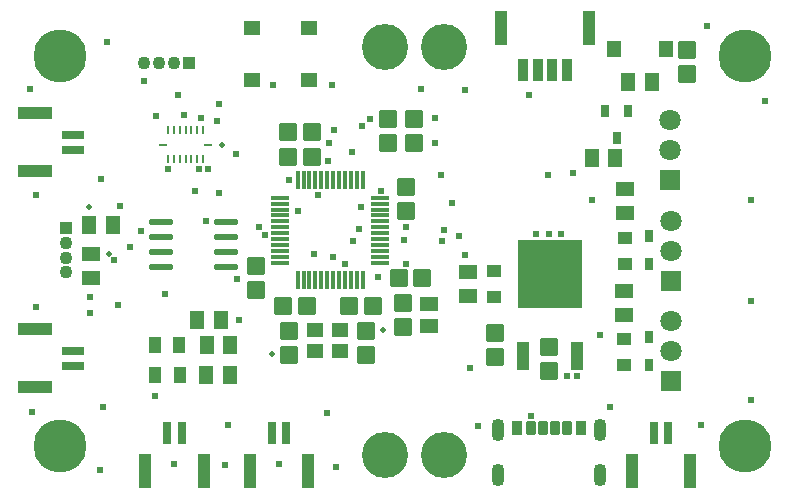
<source format=gts>
G04 Layer: TopSolderMaskLayer*
G04 EasyEDA Pro v2.1.40, 2023-11-27 11:39:20*
G04 Gerber Generator version 0.3*
G04 Scale: 100 percent, Rotated: No, Reflected: No*
G04 Dimensions in millimeters*
G04 Leading zeros omitted, absolute positions, 3 integers and 5 decimals*
%FSLAX35Y35*%
%MOMM*%
%AMRoundRect*1,1,$1,$2,$3*1,1,$1,$4,$5*1,1,$1,0-$2,0-$3*1,1,$1,0-$4,0-$5*20,1,$1,$2,$3,$4,$5,0*20,1,$1,$4,$5,0-$2,0-$3,0*20,1,$1,0-$2,0-$3,0-$4,0-$5,0*20,1,$1,0-$4,0-$5,$2,$3,0*4,1,4,$2,$3,$4,$5,0-$2,0-$3,0-$4,0-$5,$2,$3,0*%
%ADD10RoundRect,0.09387X-0.69237X-0.57013X-0.69237X0.57013*%
%ADD11RoundRect,0.09495X0.70833X-0.67833X-0.70833X-0.67833*%
%ADD12RoundRect,0.09495X0.67833X0.70833X0.67833X-0.70833*%
%ADD13RoundRect,0.09495X-0.70833X0.67833X0.70833X0.67833*%
%ADD14RoundRect,0.09495X-0.67833X-0.70833X-0.67833X0.70833*%
%ADD15R,1.23X1.35999*%
%ADD16R,0.8X1.0*%
%ADD17R,1.8X1.8*%
%ADD18C,1.8*%
%ADD19R,1.4X1.2*%
%ADD20R,1.06401X2.33601*%
%ADD21R,5.4912X5.82602*%
%ADD22RoundRect,0.09387X-0.57013X0.69237X0.57013X0.69237*%
%ADD23RoundRect,0.09387X0.57013X-0.69237X-0.57013X-0.69237*%
%ADD24R,0.8X0.25001*%
%ADD25R,0.25001X0.8*%
%ADD26R,0.8X0.25001*%
%ADD27R,0.25001X0.8*%
%ADD28O,2.045X0.58801*%
%ADD29RoundRect,0.0875X-0.30625X0.85625X0.30625X0.85625*%
%ADD30RoundRect,0.09167X-0.50417X1.35416X0.50417X1.35416*%
%ADD31C,3.90002*%
%ADD32RoundRect,0.09131X-0.40514X0.50514X0.40514X0.50514*%
%ADD33RoundRect,0.09017X-0.35571X0.50571X0.35571X0.50571*%
%ADD34O,1.1X1.9*%
%ADD35RoundRect,0.09387X0.69237X0.57013X0.69237X-0.57013*%
%ADD36RoundRect,0.08891X0.35556X-0.90556X-0.35556X-0.90556*%
%ADD37RoundRect,0.09169X0.50417X-1.35417X-0.50417X-1.35417*%
%ADD38RoundRect,0.09169X-0.50417X1.35417X0.50417X1.35417*%
%ADD39RoundRect,0.09169X0.50417X-0.50417X-0.50417X-0.50417*%
%ADD40C,1.10002*%
%ADD41RoundRect,0.0875X0.85625X0.30625X0.85625X-0.30625*%
%ADD42RoundRect,0.09167X1.35416X0.50417X1.35416X-0.50417*%
%ADD43RoundRect,0.09169X0.50417X0.50417X0.50417X-0.50417*%
%ADD44R,1.25001X1.0*%
%ADD45R,1.35999X1.23*%
%ADD46R,0.75001X1.0*%
%ADD47C,0.5*%
%ADD48R,1.0X1.39954*%
%ADD49O,0.37003X1.60002*%
%ADD50O,1.60002X0.37003*%
%ADD51C,4.5*%
%ADD52C,0.61*%
G75*


G04 Pad Start*
G54D10*
G01X3517196Y-2689182D03*
G01X3517196Y-2495939D03*
G54D11*
G01X2287898Y-2512500D03*
G01X2487897Y-2512500D03*
G54D12*
G01X3327620Y-1712080D03*
G01X3327620Y-1512080D03*
G54D13*
G01X2529920Y-1257297D03*
G01X2329920Y-1257297D03*
G54D14*
G01X2054940Y-2179860D03*
G01X2054940Y-2379860D03*
G01X3304920Y-2492560D03*
G01X3304920Y-2692560D03*
G54D11*
G01X3264920Y-2279860D03*
G01X3464920Y-2279860D03*
G54D12*
G01X5707380Y-552120D03*
G01X5707380Y-352120D03*
G54D14*
G01X2332920Y-2730000D03*
G01X2332920Y-2930000D03*
G54D12*
G01X2989904Y-2930000D03*
G01X2989904Y-2730000D03*
G54D14*
G01X3397140Y-934126D03*
G01X3397140Y-1134126D03*
G01X3174025Y-934126D03*
G01X3174025Y-1134126D03*
G54D15*
G01X5089153Y-337339D03*
G01X5526135Y-337339D03*
G54D16*
G01X5015002Y-862678D03*
G01X5109998Y-1092681D03*
G01X5205004Y-862678D03*
G54D17*
G01X5566000Y-1454000D03*
G54D18*
G01X5566000Y-1200000D03*
G01X5566000Y-946000D03*
G54D19*
G01X2551992Y-2896109D03*
G01X2772007Y-2896109D03*
G01X2772007Y-2721103D03*
G01X2551992Y-2721103D03*
G54D20*
G01X4313551Y-2943103D03*
G01X4771564Y-2943103D03*
G54D21*
G01X4542558Y-2246000D03*
G54D22*
G01X1761160Y-2631440D03*
G01X1561160Y-2631440D03*
G54D23*
G01X5207644Y-620000D03*
G01X5407644Y-620000D03*
G54D10*
G01X3850002Y-2230107D03*
G01X3850002Y-2430106D03*
G54D22*
G01X5100003Y-1261028D03*
G01X4900003Y-1261028D03*
G54D24*
G01X1268510Y-1150331D03*
G54D25*
G01X1310217Y-1270321D03*
G01X1360204Y-1270321D03*
G01X1410217Y-1270321D03*
G01X1460204Y-1270321D03*
G01X1510217Y-1270321D03*
G01X1560204Y-1270321D03*
G01X1610216Y-1270321D03*
G54D26*
G01X1651491Y-1150331D03*
G54D27*
G01X1610216Y-1030342D03*
G01X1560204Y-1030342D03*
G01X1510217Y-1030342D03*
G01X1460204Y-1030342D03*
G01X1410217Y-1030342D03*
G01X1360204Y-1030342D03*
G01X1310217Y-1030342D03*
G54D28*
G01X1252079Y-1805489D03*
G01X1252079Y-1932489D03*
G01X1252079Y-2059489D03*
G01X1252079Y-2186489D03*
G01X1806561Y-1805489D03*
G01X1806561Y-1932489D03*
G01X1806561Y-2059489D03*
G01X1806561Y-2186489D03*
G54D29*
G01X1303747Y-3589997D03*
G01X1428740Y-3589997D03*
G54D30*
G01X1118758Y-3909986D03*
G01X1613754Y-3910011D03*
G54D31*
G01X3150001Y-3775000D03*
G01X3650000Y-3775000D03*
G01X3150001Y-325000D03*
G01X3650000Y-325000D03*
G54D32*
G01X4267222Y-3553751D03*
G54D33*
G01X4387212Y-3553751D03*
G01X4487211Y-3553751D03*
G01X4587211Y-3553751D03*
G01X4687211Y-3553751D03*
G54D32*
G01X4807201Y-3553751D03*
G54D34*
G01X4969202Y-3946257D03*
G01X4105221Y-3946257D03*
G01X4969202Y-3566248D03*
G01X4105221Y-3566248D03*
G54D22*
G01X843735Y-1830000D03*
G01X643735Y-1830000D03*
G54D35*
G01X659331Y-2280000D03*
G01X659331Y-2080000D03*
G54D11*
G01X2847940Y-2512500D03*
G01X3047940Y-2512500D03*
G54D17*
G01X5566040Y-3154001D03*
G54D18*
G01X5566040Y-2900001D03*
G01X5566040Y-2646001D03*
G54D17*
G01X5566040Y-2304000D03*
G54D18*
G01X5566040Y-2050000D03*
G01X5566040Y-1796000D03*
G54D36*
G01X4690563Y-515003D03*
G01X4565569Y-515003D03*
G01X4440550Y-515003D03*
G01X4315557Y-515003D03*
G54D37*
G01X4873570Y-164991D03*
G54D38*
G01X4132550Y-164991D03*
G54D39*
G01X1487505Y-462688D03*
G54D40*
G01X1362512Y-462690D03*
G01X1237493Y-462690D03*
G01X1112499Y-462690D03*
G54D41*
G01X508627Y-1067431D03*
G01X508627Y-1192424D03*
G54D42*
G01X188638Y-882442D03*
G01X188613Y-1377438D03*
G54D14*
G01X4540004Y-2866661D03*
G01X4540004Y-3066661D03*
G54D12*
G01X4080004Y-2946005D03*
G01X4080004Y-2746006D03*
G54D43*
G01X451124Y-1856517D03*
G54D40*
G01X451127Y-1981511D03*
G01X451127Y-2106529D03*
G01X451127Y-2231523D03*
G54D41*
G01X508607Y-2895591D03*
G01X508607Y-3020584D03*
G54D42*
G01X188618Y-2710602D03*
G01X188593Y-3205598D03*
G54D29*
G01X5423535Y-3589997D03*
G01X5548528Y-3589997D03*
G54D30*
G01X5238547Y-3909986D03*
G01X5733542Y-3910011D03*
G54D35*
G01X5170502Y-2590001D03*
G01X5170502Y-2390002D03*
G01X5180003Y-1729860D03*
G01X5180003Y-1529860D03*
G54D44*
G01X5170013Y-3016006D03*
G01X5170013Y-2795991D03*
G01X5178884Y-2160003D03*
G01X5178884Y-1939988D03*
G01X4070012Y-2438587D03*
G01X4070012Y-2218573D03*
G54D23*
G01X1639390Y-2850425D03*
G01X1839390Y-2850425D03*
G01X1635507Y-3100425D03*
G01X1835507Y-3100425D03*
G54D45*
G01X2509029Y-165009D03*
G01X2509029Y-601991D03*
G54D46*
G01X5385505Y-2782742D03*
G01X5385505Y-3017261D03*
G01X5384233Y-1922742D03*
G01X5384233Y-2157260D03*
G54D47*
G01X1771001Y-1150331D03*
G01X809960Y-2076900D03*
G01X642579Y-1674865D03*
G01X2189857Y-2926046D03*
G01X3133985Y-2717300D03*
G54D48*
G01X1410343Y-3100425D03*
G01X1200285Y-3100425D03*
G01X1408719Y-2850425D03*
G01X1198661Y-2850425D03*
G54D49*
G01X2408905Y-2300263D03*
G01X2458917Y-2300263D03*
G01X2508904Y-2300263D03*
G01X2558917Y-2300263D03*
G01X2608904Y-2300263D03*
G01X2658917Y-2300263D03*
G01X2708904Y-2300263D03*
G01X2758917Y-2300263D03*
G01X2808904Y-2300263D03*
G01X2858916Y-2300263D03*
G01X2908904Y-2300263D03*
G01X2958916Y-2300263D03*
G54D50*
G01X3108903Y-2150276D03*
G01X3108903Y-2100263D03*
G01X3108903Y-2050276D03*
G01X3108903Y-2000263D03*
G01X3108903Y-1950276D03*
G01X3108903Y-1900264D03*
G01X3108903Y-1850276D03*
G01X3108903Y-1800264D03*
G01X3108903Y-1750277D03*
G01X3108903Y-1700264D03*
G01X3108903Y-1650277D03*
G01X3108903Y-1600264D03*
G54D49*
G01X2958916Y-1450277D03*
G01X2908904Y-1450277D03*
G01X2858916Y-1450277D03*
G01X2808904Y-1450277D03*
G01X2758917Y-1450277D03*
G01X2708904Y-1450277D03*
G01X2658917Y-1450277D03*
G01X2608904Y-1450277D03*
G01X2558917Y-1450277D03*
G01X2508904Y-1450277D03*
G01X2458917Y-1450277D03*
G01X2408905Y-1450277D03*
G54D50*
G01X2258918Y-1600264D03*
G01X2258918Y-1650277D03*
G01X2258918Y-1700264D03*
G01X2258918Y-1750277D03*
G01X2258918Y-1800264D03*
G01X2258918Y-1850276D03*
G01X2258918Y-1900264D03*
G01X2258918Y-1950276D03*
G01X2258918Y-2000263D03*
G01X2258918Y-2050276D03*
G01X2258918Y-2100263D03*
G01X2258918Y-2150276D03*
G54D13*
G01X2529920Y-1044700D03*
G01X2329920Y-1044700D03*
G54D29*
G01X2189139Y-3589993D03*
G01X2314133Y-3589993D03*
G54D30*
G01X2004151Y-3909982D03*
G01X2499146Y-3910007D03*
G54D45*
G01X2021924Y-165049D03*
G01X2021924Y-602031D03*
G04 Pad End*

G04 Via Start*
G54D51*
G01X400000Y-400000D03*
G01X6200000Y-400000D03*
G01X400000Y-3700000D03*
G01X6200000Y-3700000D03*
G54D52*
G01X1082040Y-1879941D03*
G01X993140Y-2016760D03*
G01X2880360Y-1968500D03*
G01X1310640Y-1358900D03*
G01X2931160Y-1864360D03*
G01X1651000Y-1358900D03*
G01X1727200Y-949960D03*
G01X1889760Y-1226820D03*
G01X2578100Y-1574800D03*
G01X1915160Y-2633980D03*
G01X2547620Y-2077720D03*
G01X2870200Y-1209040D03*
G01X2669540Y-1290320D03*
G01X858520Y-2128520D03*
G01X2085340Y-1851660D03*
G01X889000Y-2506980D03*
G01X2133600Y-1917700D03*
G01X3647440Y-1874520D03*
G01X3327400Y-1851660D03*
G01X3634740Y-1965960D03*
G01X3309620Y-1960880D03*
G01X3779520Y-1920240D03*
G01X2710180Y-2098040D03*
G01X3827780Y-2085340D03*
G01X3329940Y-2159000D03*
G01X2720340Y-1028700D03*
G01X1399540Y-734060D03*
G01X647700Y-2573020D03*
G01X647700Y-2438400D03*
G01X1198880Y-3281680D03*
G01X901700Y-1671320D03*
G01X1544320Y-1544320D03*
G01X1107440Y-612140D03*
G01X1630680Y-1793240D03*
G01X2410460Y-1714500D03*
G01X2339340Y-1452880D03*
G01X3111500Y-1546860D03*
G01X4691380Y-3108960D03*
G01X4777070Y-3108960D03*
G01X4427220Y-1910000D03*
G01X4536440Y-1910000D03*
G01X4640580Y-1910000D03*
G01X5057140Y-3368040D03*
G01X4899660Y-1615440D03*
G01X4739640Y-1386840D03*
G01X4371340Y-728980D03*
G01X3622040Y-1407160D03*
G01X3573780Y-1137920D03*
G01X4524632Y-1407160D03*
G01X3570993Y-924128D03*
G01X2676912Y-1138877D03*
G01X1894840Y-2288540D03*
G01X2811780Y-2159000D03*
G01X3093720Y-2268220D03*
G01X2943860Y-1681480D03*
G01X1445260Y-901700D03*
G01X1214120Y-911860D03*
G01X1572260Y-1358900D03*
G01X1587500Y-922020D03*
G01X1744980Y-802640D03*
G01X2954020Y-990600D03*
G01X2199640Y-647700D03*
G01X3025140Y-937260D03*
G01X2697480Y-645160D03*
G01X4389120Y-3444240D03*
G01X736600Y-3909060D03*
G01X162560Y-3413760D03*
G01X797560Y-279400D03*
G01X144780Y-683260D03*
G01X3454562Y-683260D03*
G01X3825240Y-688340D03*
G01X6362700Y-779780D03*
G01X6245860Y-3312160D03*
G01X5824220Y-3525520D03*
G01X5875020Y-149860D03*
G01X2733040Y-3881120D03*
G01X3939540Y-3530600D03*
G01X741680Y-1437640D03*
G01X195580Y-2524760D03*
G01X195580Y-1573076D03*
G01X3865347Y-3041661D03*
G01X4968240Y-2766060D03*
G01X1288094Y-2415799D03*
G01X1366247Y-3857954D03*
G01X2251640Y-3857954D03*
G01X2661920Y-3423920D03*
G01X1816100Y-3520440D03*
G01X764540Y-3373120D03*
G01X3718560Y-1645920D03*
G01X1744980Y-1557020D03*
G01X1795780Y-3863340D03*
G01X6245860Y-2473427D03*
G01X6245860Y-1618094D03*
G04 Via End*

M02*

</source>
